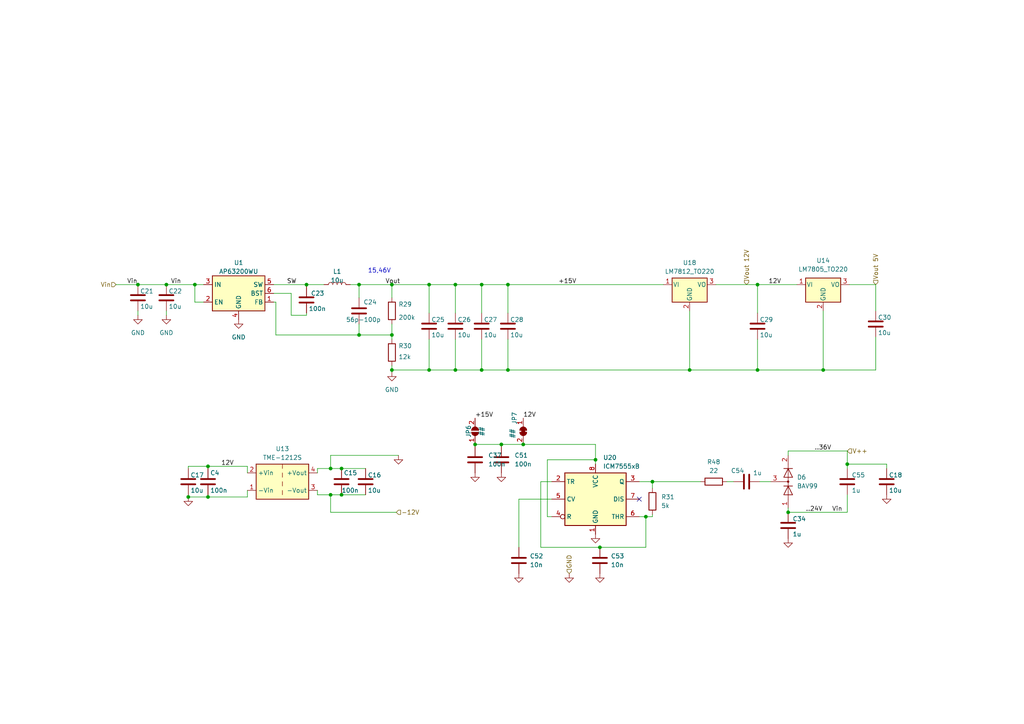
<source format=kicad_sch>
(kicad_sch (version 20231120) (generator "eeschema") (generator_version "8.0")
  (paper "A4")
  (lib_symbols
    (symbol "Converter_DCDC:TME-1212S"
      (property "Reference" "U" (at -6.35 6.35 0))
      (property "Value" "TME-1212S" (at 2.54 6.35 0))
      (symbol "TME-1212S_0_0"
        (pin power_in line (at -10.16 -2.54 0) (length 2.54) (name "-Vin") (number "1"))
        (pin power_in line (at -10.16 2.54 0) (length 2.54) (name "+Vin") (number "2"))
        (pin power_out line (at 10.16 -2.54 180) (length 2.54) (name "-Vout") (number "3"))
        (pin power_out line (at 10.16 2.54 180) (length 2.54) (name "+Vout") (number "4"))
      )
      (symbol "TME-1212S_0_1"
        (rectangle (start -7.62 5.08) (end 7.62 -5.08) (stroke (width 0.254)) (fill (type background)))
        (polyline (pts (xy 0 -2.54) (xy 0 -3.81)))
        (polyline (pts (xy 0 0) (xy 0 -1.27)))
        (polyline (pts (xy 0 2.54) (xy 0 1.27)))
        (polyline (pts (xy 0 5.08) (xy 0 3.81)))
      )
    )
    (symbol "Device:C" (pin_numbers hide) (pin_names (offset 0.254))
      (property "Reference" "C" (at 0.635 2.54 0))
      (property "Value" "C" (at 0.635 -2.54 0))
      (symbol "C_0_1"
        (polyline (pts (xy -2.032 -0.762) (xy 2.032 -0.762)) (stroke (width 0.508)))
        (polyline (pts (xy -2.032 0.762) (xy 2.032 0.762)) (stroke (width 0.508)))
      )
      (symbol "C_1_1"
        (pin passive line (at 0 3.81 270) (length 2.794) (name "~") (number "1"))
        (pin passive line (at 0 -3.81 90) (length 2.794) (name "~") (number "2"))
      )
    )
    (symbol "Device:L" (pin_numbers hide) (pin_names (offset 1.016) hide)
      (property "Reference" "L" (at -1.27 0 90))
      (property "Value" "L" (at 1.905 0 90))
      (symbol "L_0_1"
        (arc (start 0 -2.54) (mid 0.6323 -1.905) (end 0 -1.27))
        (arc (start 0 -1.27) (mid 0.6323 -0.635) (end 0 0))
        (arc (start 0 0) (mid 0.6323 0.635) (end 0 1.27))
        (arc (start 0 1.27) (mid 0.6323 1.905) (end 0 2.54))
      )
      (symbol "L_1_1"
        (pin passive line (at 0 3.81 270) (length 1.27) (name "1") (number "1"))
        (pin passive line (at 0 -3.81 90) (length 1.27) (name "2") (number "2"))
      )
    )
    (symbol "Device:R" (pin_numbers hide) (pin_names (offset 0))
      (property "Reference" "R" (at 2.032 0 90))
      (property "Value" "R" (at 0 0 90))
      (symbol "R_0_1"
        (rectangle (start -1.016 -2.54) (end 1.016 2.54) (stroke (width 0.254)))
      )
      (symbol "R_1_1"
        (pin passive line (at 0 3.81 270) (length 1.27) (name "~") (number "1"))
        (pin passive line (at 0 -3.81 90) (length 1.27) (name "~") (number "2"))
      )
    )
    (symbol "Diode:BAV99" (pin_names hide)
      (property "Reference" "D" (at 0 5.08 0))
      (property "Value" "BAV99" (at 0 2.54 0))
      (symbol "BAV99_0_1"
        (polyline (pts (xy -5.08 0) (xy 5.08 0)))
      )
      (symbol "BAV99_1_1"
        (polyline (pts (xy 0 0) (xy 0 -2.54)))
        (polyline (pts (xy -1.27 -1.27) (xy -1.27 1.27) (xy -1.27 1.27)) (stroke (width 0.2032)))
        (polyline (pts (xy 3.81 1.27) (xy 3.81 -1.27) (xy 3.81 -1.27)) (stroke (width 0.2032)))
        (polyline (pts (xy -3.81 1.27) (xy -1.27 0) (xy -3.81 -1.27) (xy -3.81 1.27) (xy -3.81 1.27) (xy -3.81 1.27)) (stroke (width 0.2032)))
        (polyline (pts (xy 1.27 1.27) (xy 3.81 0) (xy 1.27 -1.27) (xy 1.27 1.27) (xy 1.27 1.27) (xy 1.27 1.27)) (stroke (width 0.2032)))
        (circle (center 0 0) (radius 0.254) (fill (type outline)))
        (pin passive line (at -7.62 0 0) (length 2.54) (name "K") (number "1"))
        (pin passive line (at 7.62 0 180) (length 2.54) (name "A") (number "2"))
        (pin passive line (at 0 -5.08 90) (length 2.54) (name "K") (number "3"))
      )
    )
    (symbol "Jumper:SolderJumper_2_Bridged" (pin_names (offset 0) hide)
      (property "Reference" "JP" (at 0 2.032 0))
      (property "Value" "SolderJumper_2_Bridged" (at 0 -2.54 0))
      (symbol "SolderJumper_2_Bridged_0_1"
        (rectangle (start -0.508 0.508) (end 0.508 -0.508) (fill (type outline)))
        (arc (start -0.254 1.016) (mid -1.2656 0) (end -0.254 -1.016))
        (arc (start -0.254 1.016) (mid -1.2656 0) (end -0.254 -1.016) (fill (type outline)))
        (polyline (pts (xy -0.254 1.016) (xy -0.254 -1.016)))
        (polyline (pts (xy 0.254 1.016) (xy 0.254 -1.016)))
        (arc (start 0.254 -1.016) (mid 1.2656 0) (end 0.254 1.016))
        (arc (start 0.254 -1.016) (mid 1.2656 0) (end 0.254 1.016) (fill (type outline)))
      )
      (symbol "SolderJumper_2_Bridged_1_1"
        (pin passive line (at -3.81 0 0) (length 2.54) (name "A") (number "1"))
        (pin passive line (at 3.81 0 180) (length 2.54) (name "B") (number "2"))
      )
    )
    (symbol "Jumper:SolderJumper_2_Open" (pin_names (offset 0) hide)
      (property "Reference" "JP" (at 0 2.032 0))
      (property "Value" "SolderJumper_2_Open" (at 0 -2.54 0))
      (symbol "SolderJumper_2_Open_0_1"
        (arc (start -0.254 1.016) (mid -1.2656 0) (end -0.254 -1.016))
        (arc (start -0.254 1.016) (mid -1.2656 0) (end -0.254 -1.016) (fill (type outline)))
        (polyline (pts (xy -0.254 1.016) (xy -0.254 -1.016)))
        (polyline (pts (xy 0.254 1.016) (xy 0.254 -1.016)))
        (arc (start 0.254 -1.016) (mid 1.2656 0) (end 0.254 1.016))
        (arc (start 0.254 -1.016) (mid 1.2656 0) (end 0.254 1.016) (fill (type outline)))
      )
      (symbol "SolderJumper_2_Open_1_1"
        (pin passive line (at -3.81 0 0) (length 2.54) (name "A") (number "1"))
        (pin passive line (at 3.81 0 180) (length 2.54) (name "B") (number "2"))
      )
    )
    (symbol "Regulator_Linear:LM7805_TO220" (pin_names (offset 0.254))
      (property "Reference" "U" (at -3.81 3.175 0))
      (property "Value" "LM7805_TO220" (at 0 3.175 0))
      (symbol "LM7805_TO220_0_1"
        (rectangle (start -5.08 1.905) (end 5.08 -5.08) (stroke (width 0.254)) (fill (type background)))
      )
      (symbol "LM7805_TO220_1_1"
        (pin power_in line (at -7.62 0 0) (length 2.54) (name "VI") (number "1"))
        (pin power_in line (at 0 -7.62 90) (length 2.54) (name "GND") (number "2"))
        (pin power_out line (at 7.62 0 180) (length 2.54) (name "VO") (number "3"))
      )
    )
    (symbol "Regulator_Linear:LM7812_TO220" (pin_names (offset 0.254))
      (property "Reference" "U" (at -3.81 3.175 0))
      (property "Value" "LM7812_TO220" (at 0 3.175 0))
      (symbol "LM7812_TO220_0_1"
        (rectangle (start -5.08 1.905) (end 5.08 -5.08) (stroke (width 0.254)) (fill (type background)))
      )
      (symbol "LM7812_TO220_1_1"
        (pin power_in line (at -7.62 0 0) (length 2.54) (name "VI") (number "1"))
        (pin power_in line (at 0 -7.62 90) (length 2.54) (name "GND") (number "2"))
        (pin power_out line (at 7.62 0 180) (length 2.54) (name "VO") (number "3"))
      )
    )
    (symbol "Regulator_Switching:AP63200WU"
      (property "Reference" "U" (at -7.62 6.35 0))
      (property "Value" "AP63200WU" (at 2.54 6.35 0))
      (symbol "AP63200WU_0_1"
        (rectangle (start -7.62 5.08) (end 7.62 -5.08) (stroke (width 0.254)) (fill (type background)))
      )
      (symbol "AP63200WU_1_1"
        (pin input line (at 10.16 -2.54 180) (length 2.54) (name "FB") (number "1"))
        (pin input line (at -10.16 -2.54 0) (length 2.54) (name "EN") (number "2"))
        (pin power_in line (at -10.16 2.54 0) (length 2.54) (name "IN") (number "3"))
        (pin power_in line (at 0 -7.62 90) (length 2.54) (name "GND") (number "4"))
        (pin output line (at 10.16 2.54 180) (length 2.54) (name "SW") (number "5"))
        (pin passive line (at 10.16 0 180) (length 2.54) (name "BST") (number "6"))
      )
    )
    (symbol "Timer:ICM7555xB"
      (property "Reference" "U" (at -10.16 8.89 0))
      (property "Value" "ICM7555xB" (at 2.54 8.89 0))
      (symbol "ICM7555xB_0_0"
        (pin power_in line (at 0 -10.16 90) (length 2.54) (name "GND") (number "1"))
        (pin power_in line (at 0 10.16 270) (length 2.54) (name "VCC") (number "8"))
      )
      (symbol "ICM7555xB_0_1"
        (rectangle (start -8.89 -7.62) (end 8.89 7.62) (stroke (width 0.254)) (fill (type background)))
        (rectangle (start -8.89 -7.62) (end 8.89 7.62) (stroke (width 0.254)) (fill (type background)))
      )
      (symbol "ICM7555xB_1_1"
        (pin input line (at -12.7 5.08 0) (length 3.81) (name "TR") (number "2"))
        (pin output line (at 12.7 5.08 180) (length 3.81) (name "Q") (number "3"))
        (pin input inverted (at -12.7 -5.08 0) (length 3.81) (name "R") (number "4"))
        (pin input line (at -12.7 0 0) (length 3.81) (name "CV") (number "5"))
        (pin input line (at 12.7 -5.08 180) (length 3.81) (name "THR") (number "6"))
        (pin input line (at 12.7 0 180) (length 3.81) (name "DIS") (number "7"))
      )
    )
    (symbol "power:GND" (power) (pin_names (offset 0))
      (property "Value" "GND" (at 0 -3.81 0))
      (symbol "GND_0_1"
        (polyline (pts (xy 0 0) (xy 0 -1.27) (xy 1.27 -1.27) (xy 0 -2.54) (xy -1.27 -1.27) (xy 0 -1.27)))
      )
      (symbol "GND_1_1"
        (pin power_in line (at 0 0 270) (length 0) hide (name "GND") (number "1"))
      )
    )
  )
  (junction (at 99.06 135.89))
  (junction (at 245.745 134.62))
  (junction (at 151.765 128.905))
  (junction (at 228.6 148.59))
  (junction (at 219.71 107.315))
  (junction (at 187.325 149.86))
  (junction (at 147.32 82.55))
  (junction (at 95.885 135.89))
  (junction (at 124.46 107.315))
  (junction (at 113.665 107.315))
  (junction (at 219.71 82.55))
  (junction (at 137.795 128.905))
  (junction (at 132.08 82.55))
  (junction (at 40.005 82.55))
  (junction (at 99.06 143.51))
  (junction (at 104.14 82.55))
  (junction (at 124.46 82.55))
  (junction (at 132.08 107.315))
  (junction (at 113.665 97.155))
  (junction (at 95.885 143.51))
  (junction (at 48.26 82.55))
  (junction (at 200.025 107.315))
  (junction (at 113.665 82.55))
  (junction (at 56.515 82.55))
  (junction (at 139.7 82.55))
  (junction (at 88.9 82.55))
  (junction (at 60.325 135.255))
  (junction (at 104.14 97.155))
  (junction (at 147.32 107.315))
  (junction (at 60.325 144.145))
  (junction (at 145.415 128.905))
  (junction (at 173.99 158.75))
  (junction (at 172.72 133.35))
  (junction (at 189.23 139.7))
  (junction (at 238.76 107.315))
  (junction (at 54.61 144.145))
  (junction (at 139.7 107.315))
  (no_connect (at 185.42 144.78))
  (wire (pts (xy 257.175 134.62) (xy 245.745 134.62)))
  (wire (pts (xy 219.71 98.425) (xy 219.71 107.315)))
  (wire (pts (xy 113.665 93.98) (xy 113.665 97.155)))
  (wire (pts (xy 95.885 143.51) (xy 99.06 143.51)))
  (wire (pts (xy 104.14 82.55) (xy 104.14 86.36)))
  (wire (pts (xy 113.665 107.315) (xy 113.665 106.045)))
  (wire (pts (xy 219.71 82.55) (xy 231.14 82.55)))
  (wire (pts (xy 254 97.79) (xy 254 107.315)))
  (wire (pts (xy 92.075 137.16) (xy 92.075 135.89)))
  (wire (pts (xy 48.26 90.17) (xy 48.26 91.44)))
  (wire (pts (xy 54.61 144.145) (xy 60.325 144.145)))
  (wire (pts (xy 124.46 82.55) (xy 132.08 82.55)))
  (wire (pts (xy 172.72 133.35) (xy 172.72 134.62)))
  (wire (pts (xy 113.665 107.315) (xy 124.46 107.315)))
  (wire (pts (xy 147.32 90.805) (xy 147.32 82.55)))
  (wire (pts (xy 99.06 135.89) (xy 106.045 135.89)))
  (wire (pts (xy 92.075 143.51) (xy 95.885 143.51)))
  (wire (pts (xy 238.76 90.17) (xy 238.76 107.315)))
  (wire (pts (xy 54.61 135.89) (xy 54.61 135.255)))
  (wire (pts (xy 228.6 130.81) (xy 245.745 130.81)))
  (wire (pts (xy 101.6 82.55) (xy 104.14 82.55)))
  (wire (pts (xy 92.075 135.89) (xy 95.885 135.89)))
  (wire (pts (xy 124.46 107.315) (xy 132.08 107.315)))
  (wire (pts (xy 139.7 82.55) (xy 147.32 82.55)))
  (wire (pts (xy 84.455 85.09) (xy 79.375 85.09)))
  (wire (pts (xy 172.72 128.905) (xy 172.72 133.35)))
  (wire (pts (xy 54.61 143.51) (xy 54.61 144.145)))
  (wire (pts (xy 150.495 158.75) (xy 150.495 144.78)))
  (wire (pts (xy 187.325 149.86) (xy 189.23 149.86)))
  (wire (pts (xy 113.665 107.95) (xy 113.665 107.315)))
  (wire (pts (xy 95.885 132.08) (xy 95.885 135.89)))
  (wire (pts (xy 228.6 132.08) (xy 228.6 130.81)))
  (wire (pts (xy 104.14 97.155) (xy 113.665 97.155)))
  (wire (pts (xy 80.01 97.155) (xy 104.14 97.155)))
  (wire (pts (xy 158.75 133.35) (xy 172.72 133.35)))
  (wire (pts (xy 139.7 90.805) (xy 139.7 82.55)))
  (wire (pts (xy 156.845 139.7) (xy 156.845 158.75)))
  (wire (pts (xy 56.515 82.55) (xy 59.055 82.55)))
  (wire (pts (xy 54.61 135.255) (xy 60.325 135.255)))
  (wire (pts (xy 113.665 82.55) (xy 113.665 86.36)))
  (wire (pts (xy 60.325 144.145) (xy 60.325 143.51)))
  (wire (pts (xy 245.745 130.81) (xy 245.745 134.62)))
  (wire (pts (xy 139.7 98.425) (xy 139.7 107.315)))
  (wire (pts (xy 189.23 149.225) (xy 189.23 149.86)))
  (wire (pts (xy 71.755 144.145) (xy 60.325 144.145)))
  (wire (pts (xy 33.655 82.55) (xy 40.005 82.55)))
  (wire (pts (xy 158.75 149.86) (xy 158.75 133.35)))
  (wire (pts (xy 219.71 107.315) (xy 200.025 107.315)))
  (wire (pts (xy 115.57 132.08) (xy 95.885 132.08)))
  (wire (pts (xy 147.32 82.55) (xy 192.405 82.55)))
  (wire (pts (xy 245.745 148.59) (xy 245.745 143.51)))
  (wire (pts (xy 160.02 139.7) (xy 156.845 139.7)))
  (wire (pts (xy 40.005 91.44) (xy 40.005 90.17)))
  (wire (pts (xy 124.46 98.425) (xy 124.46 107.315)))
  (wire (pts (xy 187.325 149.86) (xy 185.42 149.86)))
  (wire (pts (xy 254 82.55) (xy 246.38 82.55)))
  (wire (pts (xy 99.06 143.51) (xy 106.045 143.51)))
  (wire (pts (xy 238.76 107.315) (xy 219.71 107.315)))
  (wire (pts (xy 228.6 148.59) (xy 245.745 148.59)))
  (wire (pts (xy 88.9 82.55) (xy 88.9 83.185)))
  (wire (pts (xy 245.745 134.62) (xy 245.745 135.89)))
  (wire (pts (xy 150.495 144.78) (xy 160.02 144.78)))
  (wire (pts (xy 56.515 82.55) (xy 56.515 87.63)))
  (wire (pts (xy 80.01 87.63) (xy 80.01 97.155)))
  (wire (pts (xy 137.795 129.54) (xy 137.795 128.905)))
  (wire (pts (xy 60.325 135.255) (xy 60.325 135.89)))
  (wire (pts (xy 84.455 91.44) (xy 88.9 91.44)))
  (wire (pts (xy 189.23 139.7) (xy 189.23 141.605)))
  (wire (pts (xy 79.375 87.63) (xy 80.01 87.63)))
  (wire (pts (xy 147.32 107.315) (xy 200.025 107.315)))
  (wire (pts (xy 151.765 128.905) (xy 172.72 128.905)))
  (wire (pts (xy 71.755 142.24) (xy 71.755 144.145)))
  (wire (pts (xy 173.99 158.75) (xy 187.325 158.75)))
  (wire (pts (xy 189.23 139.7) (xy 203.2 139.7)))
  (wire (pts (xy 257.175 135.89) (xy 257.175 134.62)))
  (wire (pts (xy 95.885 135.89) (xy 99.06 135.89)))
  (wire (pts (xy 132.08 98.425) (xy 132.08 107.315)))
  (wire (pts (xy 71.755 135.255) (xy 60.325 135.255)))
  (wire (pts (xy 147.32 107.315) (xy 139.7 107.315)))
  (wire (pts (xy 187.325 158.75) (xy 187.325 149.86)))
  (wire (pts (xy 207.645 82.55) (xy 219.71 82.55)))
  (wire (pts (xy 220.345 139.7) (xy 223.52 139.7)))
  (wire (pts (xy 200.025 90.17) (xy 200.025 107.315)))
  (wire (pts (xy 210.82 139.7) (xy 212.725 139.7)))
  (wire (pts (xy 92.075 142.24) (xy 92.075 143.51)))
  (wire (pts (xy 254 107.315) (xy 238.76 107.315)))
  (wire (pts (xy 113.665 97.155) (xy 113.665 98.425)))
  (wire (pts (xy 88.9 91.44) (xy 88.9 90.805)))
  (wire (pts (xy 254 90.17) (xy 254 82.55)))
  (wire (pts (xy 113.665 82.55) (xy 104.14 82.55)))
  (wire (pts (xy 145.415 128.905) (xy 151.765 128.905)))
  (wire (pts (xy 228.6 147.32) (xy 228.6 148.59)))
  (wire (pts (xy 59.055 87.63) (xy 56.515 87.63)))
  (wire (pts (xy 104.14 93.98) (xy 104.14 97.155)))
  (wire (pts (xy 160.02 149.86) (xy 158.75 149.86)))
  (wire (pts (xy 40.005 82.55) (xy 48.26 82.55)))
  (wire (pts (xy 84.455 91.44) (xy 84.455 85.09)))
  (wire (pts (xy 137.795 128.905) (xy 145.415 128.905)))
  (wire (pts (xy 71.755 137.16) (xy 71.755 135.255)))
  (wire (pts (xy 114.935 148.59) (xy 95.885 148.59)))
  (wire (pts (xy 132.08 107.315) (xy 139.7 107.315)))
  (wire (pts (xy 156.845 158.75) (xy 173.99 158.75)))
  (wire (pts (xy 147.32 98.425) (xy 147.32 107.315)))
  (wire (pts (xy 113.665 82.55) (xy 124.46 82.55)))
  (wire (pts (xy 145.415 129.54) (xy 145.415 128.905)))
  (wire (pts (xy 132.08 82.55) (xy 132.08 90.805)))
  (wire (pts (xy 132.08 82.55) (xy 139.7 82.55)))
  (wire (pts (xy 185.42 139.7) (xy 189.23 139.7)))
  (wire (pts (xy 219.71 82.55) (xy 219.71 90.805)))
  (wire (pts (xy 95.885 148.59) (xy 95.885 143.51)))
  (wire (pts (xy 124.46 82.55) (xy 124.46 90.805)))
  (wire (pts (xy 88.9 82.55) (xy 93.98 82.55)))
  (wire (pts (xy 79.375 82.55) (xy 88.9 82.55)))
  (wire (pts (xy 48.26 82.55) (xy 56.515 82.55)))
  (text "15,46V" (at 106.68 79.375 0) (effects (font (size 1.27 1.27)) (justify left bottom)))
  (label "..36V" (at 236.22 130.81 0))
  (label "Vout" (at 111.76 82.55 0))
  (label "Vin" (at 36.83 82.55 0))
  (label "12V" (at 151.765 121.285 0))
  (label "12V" (at 64.135 135.255 0))
  (label "Vin" (at 241.3 148.59 0))
  (label "..24V" (at 233.68 148.59 0))
  (label "Vin" (at 49.53 82.55 0))
  (label "+15V" (at 161.925 82.55 0))
  (label "+15V" (at 137.795 121.285 0))
  (label "12V" (at 222.885 82.55 0))
  (label "SW" (at 83.185 82.55 0))
  (hierarchical_label "Vin" (shape input) (at 33.655 82.55 180))
  (hierarchical_label "Vout 5V" (shape input) (at 254 82.55 90))
  (hierarchical_label "Vout 12V" (shape input) (at 216.535 82.55 90))
  (hierarchical_label "-12V" (shape input) (at 114.935 148.59 0))
  (hierarchical_label "GND" (shape input) (at 165.1 166.37 90))
  (hierarchical_label "V++" (shape input) (at 245.745 130.81 0))
  (symbol (lib_id "Device:C") (at 99.06 139.7 0) (unit 1)
    (property "Reference" "C15" (at 99.695 137.16 0) (effects (justify left)))
    (property "Value" "100n" (at 99.06 142.24 0) (effects (justify left)))
    (property "Footprint" "Capacitor_SMD:C_0603_1608Metric" (effects (hide yes)))
    (property "Description" "Unpolarized capacitor" (effects (hide yes)))
  )
  (symbol (lib_id "power:GND") (at 69.215 92.71 0) (unit 1)
    (property "Reference" "#PWR050" (effects (hide yes)))
    (property "Value" "GND" (at 69.215 97.79 0))
  )
  (symbol (lib_id "Device:C") (at 145.415 133.35 0) (unit 1)
    (property "Reference" "C51" (at 149.225 132.0799 0) (effects (justify left)))
    (property "Value" "100n" (at 149.225 134.6199 0) (effects (justify left)))
    (property "Footprint" "Capacitor_SMD:C_0603_1608Metric" (effects (hide yes)))
    (property "Description" "Unpolarized capacitor" (effects (hide yes)))
  )
  (symbol (lib_id "Jumper:SolderJumper_2_Bridged") (at 151.765 125.095 270) (unit 1)
    (property "Reference" "JP7" (at 149.225 121.285 0))
    (property "Value" "##" (at 148.59 125.73 0))
    (property "Footprint" "Jumper:SolderJumper-2_P1.3mm_Bridged2Bar_RoundedPad1.0x1.5mm" (effects (hide yes)))
    (property "Description" "Solder Jumper, 2-pole, closed/bridged" (effects (hide yes)))
  )
  (symbol (lib_id "Device:C") (at 48.26 86.36 0) (unit 1)
    (property "Reference" "C22" (at 48.895 84.455 0) (effects (justify left)))
    (property "Value" "10u" (at 48.895 88.9 0) (effects (justify left)))
    (property "Footprint" "Capacitor_SMD:C_1206_3216Metric" (effects (hide yes)))
  )
  (symbol (lib_id "power:GND") (at 40.005 91.44 0) (unit 1)
    (property "Reference" "#PWR048" (effects (hide yes)))
    (property "Value" "GND" (at 40.005 96.52 0))
  )
  (symbol (lib_id "Jumper:SolderJumper_2_Open") (at 137.795 125.095 90) (unit 1)
    (property "Reference" "JP6" (at 135.89 125.095 0))
    (property "Value" "##" (at 139.7 125.095 0))
    (property "Footprint" "Jumper:SolderJumper-2_P1.3mm_Open_RoundedPad1.0x1.5mm" (effects (hide yes)))
    (property "Description" "Solder Jumper, 2-pole, open" (effects (hide yes)))
  )
  (symbol (lib_id "Device:R") (at 113.665 102.235 0) (unit 1)
    (property "Reference" "R30" (at 115.57 100.33 0) (effects (justify left)))
    (property "Value" "12k" (at 115.57 103.505 0) (effects (justify left)))
    (property "Footprint" "Resistor_SMD:R_0603_1608Metric" (effects (hide yes)))
  )
  (symbol (lib_id "Device:C") (at 139.7 94.615 0) (unit 1)
    (property "Reference" "C27" (at 140.335 92.71 0) (effects (justify left)))
    (property "Value" "10u" (at 140.335 97.155 0) (effects (justify left)))
    (property "Footprint" "Capacitor_SMD:C_1206_3216Metric" (effects (hide yes)))
  )
  (symbol (lib_id "power:GND") (at 115.57 132.08 0) (unit 1)
    (property "Reference" "#PWR023" (effects (hide yes)))
    (property "Value" "GND" (effects (hide yes)))
    (property "Description" "Power symbol creates a global label with name \"GND\" , ground" (effects (hide yes)))
  )
  (symbol (lib_id "Device:C") (at 257.175 139.7 0) (unit 1)
    (property "Reference" "C18" (at 257.81 137.795 0) (effects (justify left)))
    (property "Value" "10u" (at 257.81 142.24 0) (effects (justify left)))
    (property "Footprint" "Capacitor_SMD:C_1206_3216Metric" (effects (hide yes)))
  )
  (symbol (lib_id "Device:C") (at 216.535 139.7 90) (unit 1)
    (property "Reference" "C54" (at 215.9 136.525 90) (effects (justify left)))
    (property "Value" "1u" (at 220.98 137.16 90) (effects (justify left)))
    (property "Footprint" "Capacitor_SMD:C_1206_3216Metric" (effects (hide yes)))
    (property "Description" "Unpolarized capacitor" (effects (hide yes)))
  )
  (symbol (lib_id "Regulator_Linear:LM7812_TO220") (at 200.025 82.55 0) (unit 1)
    (property "Reference" "U18" (at 200.025 76.2 0))
    (property "Value" "LM7812_TO220" (at 200.025 78.74 0))
    (property "Footprint" "Package_TO_SOT_THT:TO-220-3_Vertical" (effects (hide yes)))
    (property "Datasheet" "https://www.onsemi.cn/PowerSolutions/document/MC7800-D.PDF" (effects (hide yes)))
    (property "Description" "Positive 1A 35V Linear Regulator, Fixed Output 12V, TO-220" (effects (hide yes)))
  )
  (symbol (lib_id "Device:C") (at 60.325 139.7 0) (unit 1)
    (property "Reference" "C4" (at 60.96 137.16 0) (effects (justify left)))
    (property "Value" "100n" (at 60.96 142.24 0) (effects (justify left)))
    (property "Footprint" "Capacitor_SMD:C_0603_1608Metric" (effects (hide yes)))
    (property "Description" "Unpolarized capacitor" (effects (hide yes)))
  )
  (symbol (lib_id "power:GND") (at 48.26 91.44 0) (unit 1)
    (property "Reference" "#PWR049" (effects (hide yes)))
    (property "Value" "GND" (at 48.26 96.52 0))
  )
  (symbol (lib_id "power:GND") (at 54.61 144.145 0) (unit 1)
    (property "Reference" "#PWR024" (effects (hide yes)))
    (property "Value" "GND" (effects (hide yes)))
    (property "Description" "Power symbol creates a global label with name \"GND\" , ground" (effects (hide yes)))
  )
  (symbol (lib_id "Device:C") (at 132.08 94.615 0) (unit 1)
    (property "Reference" "C26" (at 132.715 92.71 0) (effects (justify left)))
    (property "Value" "10u" (at 132.715 97.155 0) (effects (justify left)))
    (property "Footprint" "Capacitor_SMD:C_1206_3216Metric" (effects (hide yes)))
  )
  (symbol (lib_id "Device:C") (at 228.6 152.4 0) (unit 1)
    (property "Reference" "C34" (at 229.87 150.495 0) (effects (justify left)))
    (property "Value" "1u" (at 229.87 154.94 0) (effects (justify left)))
    (property "Footprint" "Capacitor_SMD:C_1206_3216Metric" (effects (hide yes)))
    (property "Description" "Unpolarized capacitor" (effects (hide yes)))
  )
  (symbol (lib_id "power:GND") (at 137.795 137.16 0) (unit 1)
    (property "Reference" "#PWR0117" (effects (hide yes)))
    (property "Value" "GND" (effects (hide yes)))
    (property "Description" "Power symbol creates a global label with name \"GND\" , ground" (effects (hide yes)))
  )
  (symbol (lib_id "power:GND") (at 173.99 166.37 0) (unit 1)
    (property "Reference" "#PWR0127" (effects (hide yes)))
    (property "Value" "GND" (effects (hide yes)))
    (property "Description" "Power symbol creates a global label with name \"GND\" , ground" (effects (hide yes)))
  )
  (symbol (lib_id "Device:C") (at 124.46 94.615 0) (unit 1)
    (property "Reference" "C25" (at 125.095 92.71 0) (effects (justify left)))
    (property "Value" "10u" (at 125.095 97.155 0) (effects (justify left)))
    (property "Footprint" "Capacitor_SMD:C_1206_3216Metric" (effects (hide yes)))
  )
  (symbol (lib_id "Regulator_Switching:AP63200WU") (at 69.215 85.09 0) (unit 1)
    (property "Reference" "U1" (at 69.215 76.2 0))
    (property "Value" "AP63200WU" (at 69.215 78.74 0))
    (property "Footprint" "Package_TO_SOT_SMD:TSOT-23-6" (effects (hide yes)))
    (property "Datasheet" "https://www.diodes.com/assets/Datasheets/AP63200-AP63201-AP63203-AP63205.pdf" (effects (hide yes)))
  )
  (symbol (lib_id "Device:C") (at 106.045 139.7 0) (unit 1)
    (property "Reference" "C16" (at 106.68 137.795 0) (effects (justify left)))
    (property "Value" "10u" (at 106.68 142.24 0) (effects (justify left)))
    (property "Footprint" "Capacitor_SMD:C_1206_3216Metric" (effects (hide yes)))
  )
  (symbol (lib_id "Device:R") (at 113.665 90.17 0) (unit 1)
    (property "Reference" "R29" (at 115.57 88.265 0) (effects (justify left)))
    (property "Value" "200k" (at 115.57 92.075 0) (effects (justify left)))
    (property "Footprint" "Resistor_SMD:R_0603_1608Metric" (effects (hide yes)))
  )
  (symbol (lib_id "Device:C") (at 245.745 139.7 0) (unit 1)
    (property "Reference" "C55" (at 247.015 137.795 0) (effects (justify left)))
    (property "Value" "1u" (at 247.015 142.24 0) (effects (justify left)))
    (property "Footprint" "Capacitor_SMD:C_1206_3216Metric" (effects (hide yes)))
    (property "Description" "Unpolarized capacitor" (effects (hide yes)))
  )
  (symbol (lib_id "Device:C") (at 147.32 94.615 0) (unit 1)
    (property "Reference" "C28" (at 147.955 92.71 0) (effects (justify left)))
    (property "Value" "10u" (at 147.955 97.155 0) (effects (justify left)))
    (property "Footprint" "Capacitor_SMD:C_1206_3216Metric" (effects (hide yes)))
  )
  (symbol (lib_id "Device:C") (at 150.495 162.56 0) (unit 1)
    (property "Reference" "C52" (at 153.67 161.2899 0) (effects (justify left)))
    (property "Value" "10n" (at 153.67 163.8299 0) (effects (justify left)))
    (property "Footprint" "Capacitor_SMD:C_0603_1608Metric" (effects (hide yes)))
    (property "Description" "Unpolarized capacitor" (effects (hide yes)))
  )
  (symbol (lib_id "Device:C") (at 254 93.98 0) (unit 1)
    (property "Reference" "C30" (at 254.635 92.075 0) (effects (justify left)))
    (property "Value" "10u" (at 254.635 96.52 0) (effects (justify left)))
    (property "Footprint" "Capacitor_SMD:C_1206_3216Metric" (effects (hide yes)))
  )
  (symbol (lib_id "power:GND") (at 172.72 154.94 0) (unit 1)
    (property "Reference" "#PWR0126" (effects (hide yes)))
    (property "Value" "GND" (effects (hide yes)))
    (property "Description" "Power symbol creates a global label with name \"GND\" , ground" (effects (hide yes)))
  )
  (symbol (lib_id "Timer:ICM7555xB") (at 172.72 144.78 0) (unit 1)
    (property "Reference" "U20" (at 174.9141 132.715 0) (effects (justify left)))
    (property "Value" "ICM7555xB" (at 174.9141 135.255 0) (effects (justify left)))
    (property "Footprint" "Package_SO:SOIC-8_3.9x4.9mm_P1.27mm" (effects (hide yes)))
    (property "Datasheet" "http://www.intersil.com/content/dam/Intersil/documents/icm7/icm7555-56.pdf" (effects (hide yes)))
    (property "Description" "CMOS General Purpose Timer, 555 compatible, SOIC-8" (effects (hide yes)))
  )
  (symbol (lib_id "power:GND") (at 145.415 137.16 0) (unit 1)
    (property "Reference" "#PWR0118" (effects (hide yes)))
    (property "Value" "GND" (effects (hide yes)))
    (property "Description" "Power symbol creates a global label with name \"GND\" , ground" (effects (hide yes)))
  )
  (symbol (lib_id "power:GND") (at 113.665 107.95 0) (unit 1)
    (property "Reference" "#PWR051" (effects (hide yes)))
    (property "Value" "GND" (at 113.665 113.03 0))
  )
  (symbol (lib_id "Device:C") (at 54.61 139.7 0) (unit 1)
    (property "Reference" "C17" (at 55.245 137.795 0) (effects (justify left)))
    (property "Value" "10u" (at 55.245 142.24 0) (effects (justify left)))
    (property "Footprint" "Capacitor_SMD:C_1206_3216Metric" (effects (hide yes)))
  )
  (symbol (lib_id "Device:C") (at 137.795 133.35 0) (unit 1)
    (property "Reference" "C37" (at 141.605 132.0799 0) (effects (justify left)))
    (property "Value" "100n" (at 141.605 134.6199 0) (effects (justify left)))
    (property "Footprint" "Capacitor_SMD:C_0603_1608Metric" (effects (hide yes)))
    (property "Description" "Unpolarized capacitor" (effects (hide yes)))
  )
  (symbol (lib_id "power:GND") (at 257.175 143.51 0) (unit 1)
    (property "Reference" "#PWR0128" (effects (hide yes)))
    (property "Value" "GND" (effects (hide yes)))
    (property "Description" "Power symbol creates a global label with name \"GND\" , ground" (effects (hide yes)))
  )
  (symbol (lib_id "Device:C") (at 219.71 94.615 0) (unit 1)
    (property "Reference" "C29" (at 220.345 92.71 0) (effects (justify left)))
    (property "Value" "10u" (at 220.345 97.155 0) (effects (justify left)))
    (property "Footprint" "Capacitor_SMD:C_1206_3216Metric" (effects (hide yes)))
  )
  (symbol (lib_id "Converter_DCDC:TME-1212S") (at 81.915 139.7 0) (unit 1)
    (property "Reference" "U13" (at 81.915 130.175 0))
    (property "Value" "TME-1212S" (at 81.915 132.715 0))
    (property "Footprint" "Converter_DCDC:Converter_DCDC_TRACO_TME_03xxS_05xxS_12xxS_Single_THT" (effects (hide yes)))
    (property "Datasheet" "https://www.tracopower.com/products/tme.pdf" (effects (hide yes)))
    (property "Description" "1W DC/DC converter unregulated, 10.8-13.2V input, 12V output voltage, 84mA output, 1kVDC isolation, SIP-4" (effects (hide yes)))
  )
  (symbol (lib_id "Device:R") (at 189.23 145.415 180) (unit 1)
    (property "Reference" "R31" (at 191.77 144.1449 0) (effects (justify right)))
    (property "Value" "5k" (at 191.77 146.6849 0) (effects (justify right)))
    (property "Footprint" "Resistor_SMD:R_0603_1608Metric" (effects (hide yes)))
    (property "Description" "Resistor" (effects (hide yes)))
  )
  (symbol (lib_id "power:GND") (at 165.1 166.37 0) (unit 1)
    (property "Reference" "#PWR0125" (effects (hide yes)))
    (property "Value" "GND" (effects (hide yes)))
    (property "Description" "Power symbol creates a global label with name \"GND\" , ground" (effects (hide yes)))
  )
  (symbol (lib_id "Device:C") (at 104.14 90.17 0) (unit 1)
    (property "Reference" "C24" (at 105.41 87.63 0) (effects (justify left)))
    (property "Value" "56p-100p" (at 100.33 92.71 0) (effects (justify left)))
    (property "Footprint" "Capacitor_SMD:C_0603_1608Metric" (effects (hide yes)))
  )
  (symbol (lib_id "Device:R") (at 207.01 139.7 90) (unit 1)
    (property "Reference" "R48" (at 207.01 133.985 90))
    (property "Value" "22" (at 207.01 136.525 90))
    (property "Footprint" "Resistor_SMD:R_0603_1608Metric" (effects (hide yes)))
    (property "Description" "Resistor" (effects (hide yes)))
  )
  (symbol (lib_id "power:GND") (at 228.6 156.21 0) (unit 1)
    (property "Reference" "#PWR0133" (effects (hide yes)))
    (property "Value" "GND" (effects (hide yes)))
    (property "Description" "Power symbol creates a global label with name \"GND\" , ground" (effects (hide yes)))
  )
  (symbol (lib_id "Device:C") (at 88.9 86.995 0) (unit 1)
    (property "Reference" "C23" (at 90.17 85.09 0) (effects (justify left)))
    (property "Value" "100n" (at 89.535 89.535 0) (effects (justify left)))
    (property "Footprint" "Capacitor_SMD:C_0603_1608Metric" (effects (hide yes)))
  )
  (symbol (lib_id "Device:C") (at 173.99 162.56 0) (unit 1)
    (property "Reference" "C53" (at 177.165 161.2899 0) (effects (justify left)))
    (property "Value" "10n" (at 177.165 163.8299 0) (effects (justify left)))
    (property "Footprint" "Capacitor_SMD:C_0603_1608Metric" (effects (hide yes)))
    (property "Description" "Unpolarized capacitor" (effects (hide yes)))
  )
  (symbol (lib_id "power:GND") (at 150.495 166.37 0) (unit 1)
    (property "Reference" "#PWR0124" (effects (hide yes)))
    (property "Value" "GND" (effects (hide yes)))
    (property "Description" "Power symbol creates a global label with name \"GND\" , ground" (effects (hide yes)))
  )
  (symbol (lib_id "Device:L") (at 97.79 82.55 90) (unit 1)
    (property "Reference" "L1" (at 97.79 78.74 90))
    (property "Value" "10u" (at 97.79 81.28 90))
    (property "Footprint" "Inductor_SMD:L_Taiyo-Yuden_NR-80xx" (effects (hide yes)))
  )
  (symbol (lib_id "Diode:BAV99") (at 228.6 139.7 270) (mirror x) (unit 1)
    (property "Reference" "D6" (at 231.14 138.4299 90) (effects (justify left)))
    (property "Value" "BAV99" (at 231.14 140.9699 90) (effects (justify left)))
    (property "Footprint" "Package_TO_SOT_SMD:SOT-23-3" (effects (hide yes)))
    (property "Datasheet" "https://assets.nexperia.com/documents/data-sheet/BAV99_SER.pdf" (effects (hide yes)))
    (property "Description" "BAV99 High-speed switching diodes, SOT-23" (effects (hide yes)))
  )
  (symbol (lib_id "Device:C") (at 40.005 86.36 0) (unit 1)
    (property "Reference" "C21" (at 40.64 84.455 0) (effects (justify left)))
    (property "Value" "10u" (at 40.64 88.9 0) (effects (justify left)))
    (property "Footprint" "Capacitor_SMD:C_1206_3216Metric" (effects (hide yes)))
  )
  (symbol (lib_id "Regulator_Linear:LM7805_TO220") (at 238.76 82.55 0) (unit 1)
    (property "Reference" "U14" (at 238.76 75.565 0))
    (property "Value" "LM7805_TO220" (at 238.76 78.105 0))
    (property "Footprint" "Package_TO_SOT_THT:TO-220-3_Vertical" (effects (hide yes)))
    (property "Datasheet" "https://www.onsemi.cn/PowerSolutions/document/MC7800-D.PDF" (effects (hide yes)))
    (property "Description" "Positive 1A 35V Linear Regulator, Fixed Output 5V, TO-220" (effects (hide yes)))
  )
)
</source>
